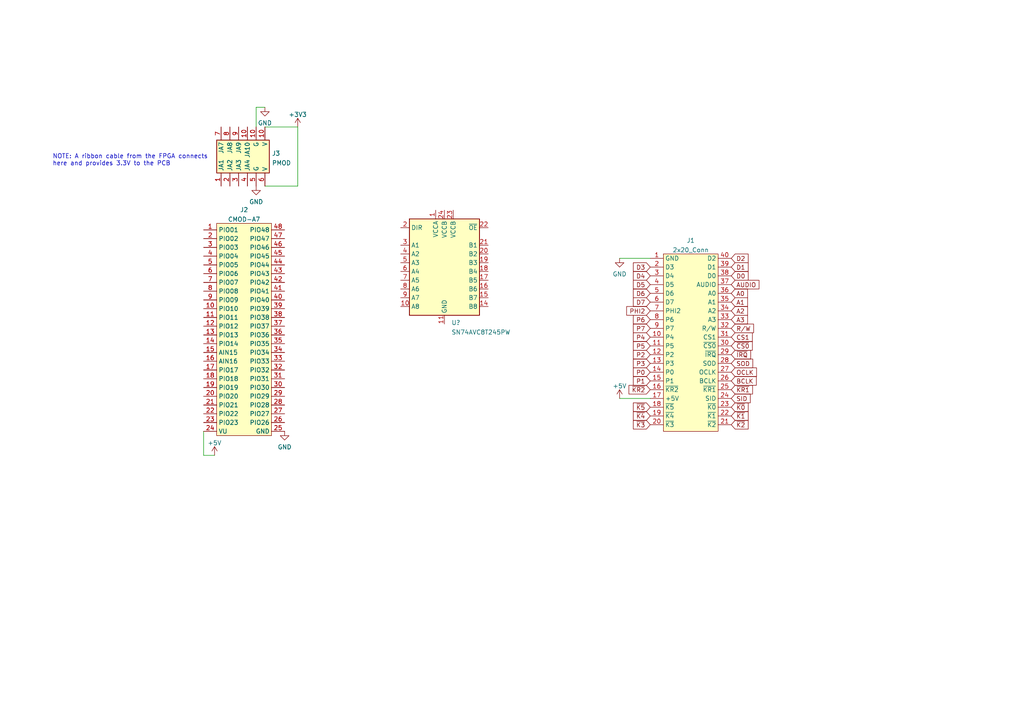
<source format=kicad_sch>
(kicad_sch (version 20211123) (generator eeschema)
  (paper "A4")
  (lib_symbols
    (symbol "Logic_LevelTranslator:SN74AVC8T245PW"
      (property "Reference" "U" (at -8.89 13.97 0))
      (property "Value" "SN74AVC8T245PW" (at 12.7 13.97 0))
      (symbol "SN74AVC8T245PW_0_1"
        (rectangle (start -10.16 12.7) (end 10.16 -15.24) (stroke (width 0.254)) (fill (type background)))
      )
      (symbol "SN74AVC8T245PW_1_1"
        (pin power_in line (at -2.54 15.24 270) (length 2.54) (name "VCCA") (number "1"))
        (pin bidirectional line (at -12.7 -12.7 0) (length 2.54) (name "A8") (number "10"))
        (pin power_in line (at 0 -17.78 90) (length 2.54) (name "GND") (number "11"))
        (pin passive line (at 0 -17.78 90) (length 2.54) hide (name "GND") (number "12"))
        (pin passive line (at 0 -17.78 90) (length 2.54) hide (name "GND") (number "13"))
        (pin bidirectional line (at 12.7 -12.7 180) (length 2.54) (name "B8") (number "14"))
        (pin bidirectional line (at 12.7 -10.16 180) (length 2.54) (name "B7") (number "15"))
        (pin bidirectional line (at 12.7 -7.62 180) (length 2.54) (name "B6") (number "16"))
        (pin bidirectional line (at 12.7 -5.08 180) (length 2.54) (name "B5") (number "17"))
        (pin bidirectional line (at 12.7 -2.54 180) (length 2.54) (name "B4") (number "18"))
        (pin bidirectional line (at 12.7 0 180) (length 2.54) (name "B3") (number "19"))
        (pin input line (at -12.7 10.16 0) (length 2.54) (name "DIR") (number "2"))
        (pin bidirectional line (at 12.7 2.54 180) (length 2.54) (name "B2") (number "20"))
        (pin bidirectional line (at 12.7 5.08 180) (length 2.54) (name "B1") (number "21"))
        (pin input line (at 12.7 10.16 180) (length 2.54) (name "~{OE}") (number "22"))
        (pin power_in line (at 2.54 15.24 270) (length 2.54) (name "VCCB") (number "23"))
        (pin power_in line (at 0 15.24 270) (length 2.54) (name "VCCB") (number "24"))
        (pin bidirectional line (at -12.7 5.08 0) (length 2.54) (name "A1") (number "3"))
        (pin bidirectional line (at -12.7 2.54 0) (length 2.54) (name "A2") (number "4"))
        (pin bidirectional line (at -12.7 0 0) (length 2.54) (name "A3") (number "5"))
        (pin bidirectional line (at -12.7 -2.54 0) (length 2.54) (name "A4") (number "6"))
        (pin bidirectional line (at -12.7 -5.08 0) (length 2.54) (name "A5") (number "7"))
        (pin bidirectional line (at -12.7 -7.62 0) (length 2.54) (name "A6") (number "8"))
        (pin bidirectional line (at -12.7 -10.16 0) (length 2.54) (name "A7") (number "9"))
      )
    )
    (symbol "POKEY:2x20_Conn"
      (property "Reference" "U" (at -5.08 28.575 0))
      (property "Value" "2x20_Conn" (at -0.635 26.67 0))
      (symbol "2x20_Conn_0_1"
        (rectangle (start -8.255 25.4) (end 7.62 -26.035) (stroke (width 0.1524)) (fill (type background)))
      )
      (symbol "2x20_Conn_1_1"
        (pin passive line (at -12.065 24.13 0) (length 3.81) (name "GND") (number "1"))
        (pin passive line (at -12.065 1.27 0) (length 3.81) (name "P4") (number "10"))
        (pin passive line (at -12.065 -1.27 0) (length 3.81) (name "P5") (number "11"))
        (pin passive line (at -12.065 -3.81 0) (length 3.81) (name "P2") (number "12"))
        (pin passive line (at -12.065 -6.35 0) (length 3.81) (name "P3") (number "13"))
        (pin passive line (at -12.065 -8.89 0) (length 3.81) (name "P0") (number "14"))
        (pin passive line (at -12.065 -11.43 0) (length 3.81) (name "P1") (number "15"))
        (pin passive line (at -12.065 -13.97 0) (length 3.81) (name "~{KR2}") (number "16"))
        (pin passive line (at -12.065 -16.51 0) (length 3.81) (name "+5V") (number "17"))
        (pin passive line (at -12.065 -19.05 0) (length 3.81) (name "~{K5}") (number "18"))
        (pin passive line (at -12.065 -21.59 0) (length 3.81) (name "~{K4}") (number "19"))
        (pin passive line (at -12.065 21.59 0) (length 3.81) (name "D3") (number "2"))
        (pin passive line (at -12.065 -24.13 0) (length 3.81) (name "~{K3}") (number "20"))
        (pin passive line (at 11.43 -24.13 180) (length 3.81) (name "~{K2}") (number "21"))
        (pin passive line (at 11.43 -21.59 180) (length 3.81) (name "~{K1}") (number "22"))
        (pin passive line (at 11.43 -19.05 180) (length 3.81) (name "~{K0}") (number "23"))
        (pin passive line (at 11.43 -16.51 180) (length 3.81) (name "SID") (number "24"))
        (pin passive line (at 11.43 -13.97 180) (length 3.81) (name "~{KR1}") (number "25"))
        (pin passive line (at 11.43 -11.43 180) (length 3.81) (name "BCLK") (number "26"))
        (pin passive line (at 11.43 -8.89 180) (length 3.81) (name "OCLK") (number "27"))
        (pin passive line (at 11.43 -6.35 180) (length 3.81) (name "SOD") (number "28"))
        (pin passive line (at 11.43 -3.81 180) (length 3.81) (name "~{IRQ}") (number "29"))
        (pin passive line (at -12.065 19.05 0) (length 3.81) (name "D4") (number "3"))
        (pin passive line (at 11.43 -1.27 180) (length 3.81) (name "~{CS0}") (number "30"))
        (pin passive line (at 11.43 1.27 180) (length 3.81) (name "CS1") (number "31"))
        (pin passive line (at 11.43 3.81 180) (length 3.81) (name "R/W") (number "32"))
        (pin passive line (at 11.43 6.35 180) (length 3.81) (name "A3") (number "33"))
        (pin passive line (at 11.43 8.89 180) (length 3.81) (name "A2") (number "34"))
        (pin passive line (at 11.43 11.43 180) (length 3.81) (name "A1") (number "35"))
        (pin passive line (at 11.43 13.97 180) (length 3.81) (name "A0") (number "36"))
        (pin passive line (at 11.43 16.51 180) (length 3.81) (name "AUDIO") (number "37"))
        (pin passive line (at 11.43 19.05 180) (length 3.81) (name "D0") (number "38"))
        (pin passive line (at 11.43 21.59 180) (length 3.81) (name "D1") (number "39"))
        (pin passive line (at -12.065 16.51 0) (length 3.81) (name "D5") (number "4"))
        (pin passive line (at 11.43 24.13 180) (length 3.81) (name "D2") (number "40"))
        (pin passive line (at -12.065 13.97 0) (length 3.81) (name "D6") (number "5"))
        (pin passive line (at -12.065 11.43 0) (length 3.81) (name "D7") (number "6"))
        (pin passive line (at -12.065 8.89 0) (length 3.81) (name "PHI2") (number "7"))
        (pin passive line (at -12.065 6.35 0) (length 3.81) (name "P6") (number "8"))
        (pin passive line (at -12.065 3.81 0) (length 3.81) (name "P7") (number "9"))
      )
    )
    (symbol "POKEY:CMOD-A7"
      (property "Reference" "J" (at 6.985 32.385 0))
      (property "Value" "CMOD-A7" (at -2.54 32.385 0))
      (symbol "CMOD-A7_0_1"
        (rectangle (start -6.985 31.115) (end 8.89 -30.48) (stroke (width 0.1524)) (fill (type background)))
      )
      (symbol "CMOD-A7_1_1"
        (pin passive line (at -10.795 29.21 0) (length 3.81) (name "PIO01") (number "1"))
        (pin passive line (at -10.795 6.35 0) (length 3.81) (name "PIO10") (number "10"))
        (pin passive line (at -10.795 3.81 0) (length 3.81) (name "PIO11") (number "11"))
        (pin passive line (at -10.795 1.27 0) (length 3.81) (name "PIO12") (number "12"))
        (pin passive line (at -10.795 -1.27 0) (length 3.81) (name "PIO13") (number "13"))
        (pin passive line (at -10.795 -3.81 0) (length 3.81) (name "PIO14") (number "14"))
        (pin passive line (at -10.795 -6.35 0) (length 3.81) (name "AIN15") (number "15"))
        (pin passive line (at -10.795 -8.89 0) (length 3.81) (name "AIN16") (number "16"))
        (pin passive line (at -10.795 -11.43 0) (length 3.81) (name "PIO17") (number "17"))
        (pin passive line (at -10.795 -13.97 0) (length 3.81) (name "PIO18") (number "18"))
        (pin passive line (at -10.795 -16.51 0) (length 3.81) (name "PIO19") (number "19"))
        (pin passive line (at -10.795 26.67 0) (length 3.81) (name "PIO02") (number "2"))
        (pin passive line (at -10.795 -19.05 0) (length 3.81) (name "PIO20") (number "20"))
        (pin passive line (at -10.795 -21.59 0) (length 3.81) (name "PIO21") (number "21"))
        (pin passive line (at -10.795 -24.13 0) (length 3.81) (name "PIO22") (number "22"))
        (pin passive line (at -10.795 -26.67 0) (length 3.81) (name "PIO23") (number "23"))
        (pin passive line (at -10.795 -29.21 0) (length 3.81) (name "VU") (number "24"))
        (pin passive line (at 12.7 -29.21 180) (length 3.81) (name "GND") (number "25"))
        (pin passive line (at 12.7 -26.67 180) (length 3.81) (name "PIO26") (number "26"))
        (pin passive line (at 12.7 -24.13 180) (length 3.81) (name "PIO27") (number "27"))
        (pin passive line (at 12.7 -21.59 180) (length 3.81) (name "PIO28") (number "28"))
        (pin passive line (at 12.7 -19.05 180) (length 3.81) (name "PIO29") (number "29"))
        (pin passive line (at -10.795 24.13 0) (length 3.81) (name "PIO03") (number "3"))
        (pin passive line (at 12.7 -16.51 180) (length 3.81) (name "PIO30") (number "30"))
        (pin passive line (at 12.7 -13.97 180) (length 3.81) (name "PIO31") (number "31"))
        (pin passive line (at 12.7 -11.43 180) (length 3.81) (name "PIO32") (number "32"))
        (pin passive line (at 12.7 -8.89 180) (length 3.81) (name "PIO33") (number "33"))
        (pin passive line (at 12.7 -6.35 180) (length 3.81) (name "PIO34") (number "34"))
        (pin passive line (at 12.7 -3.81 180) (length 3.81) (name "PIO35") (number "35"))
        (pin passive line (at 12.7 -1.27 180) (length 3.81) (name "PIO36") (number "36"))
        (pin passive line (at 12.7 1.27 180) (length 3.81) (name "PIO37") (number "37"))
        (pin passive line (at 12.7 3.81 180) (length 3.81) (name "PIO38") (number "38"))
        (pin passive line (at 12.7 6.35 180) (length 3.81) (name "PIO39") (number "39"))
        (pin passive line (at -10.795 21.59 0) (length 3.81) (name "PIO04") (number "4"))
        (pin passive line (at 12.7 8.89 180) (length 3.81) (name "PIO40") (number "40"))
        (pin passive line (at 12.7 11.43 180) (length 3.81) (name "PIO41") (number "41"))
        (pin passive line (at 12.7 13.97 180) (length 3.81) (name "PIO42") (number "42"))
        (pin passive line (at 12.7 16.51 180) (length 3.81) (name "PIO43") (number "43"))
        (pin passive line (at 12.7 19.05 180) (length 3.81) (name "PIO44") (number "44"))
        (pin passive line (at 12.7 21.59 180) (length 3.81) (name "PIO45") (number "45"))
        (pin passive line (at 12.7 24.13 180) (length 3.81) (name "PIO46") (number "46"))
        (pin passive line (at 12.7 26.67 180) (length 3.81) (name "PIO47") (number "47"))
        (pin passive line (at 12.7 29.21 180) (length 3.81) (name "PIO48") (number "48"))
        (pin passive line (at -10.795 19.05 0) (length 3.81) (name "PIO05") (number "5"))
        (pin passive line (at -10.795 16.51 0) (length 3.81) (name "PIO06") (number "6"))
        (pin passive line (at -10.795 13.97 0) (length 3.81) (name "PIO07") (number "7"))
        (pin passive line (at -10.795 11.43 0) (length 3.81) (name "PIO08") (number "8"))
        (pin passive line (at -10.795 8.89 0) (length 3.81) (name "PIO09") (number "9"))
      )
    )
    (symbol "POKEY:PMOD"
      (property "Reference" "J" (at 12.065 -1.27 0))
      (property "Value" "PMOD" (at 12.7 2.54 0))
      (symbol "PMOD_1_1"
        (rectangle (start -7.62 5.08) (end 7.62 -4.445) (stroke (width 0.254)) (fill (type background)))
        (pin passive line (at -6.35 -8.255 90) (length 3.81) (name "JA1") (number "1"))
        (pin passive line (at 3.81 8.89 270) (length 3.81) (name "G") (number "10"))
        (pin passive line (at 1.27 8.89 270) (length 3.81) (name "JA10") (number "10"))
        (pin passive line (at 6.35 8.89 270) (length 3.81) (name "V") (number "10"))
        (pin passive line (at -3.81 -8.255 90) (length 3.81) (name "JA2") (number "2"))
        (pin passive line (at -1.27 -8.255 90) (length 3.81) (name "JA3") (number "3"))
        (pin passive line (at 1.27 -8.255 90) (length 3.81) (name "JA4") (number "4"))
        (pin passive line (at 3.81 -8.255 90) (length 3.81) (name "G") (number "5"))
        (pin passive line (at 6.35 -8.255 90) (length 3.81) (name "V") (number "6"))
        (pin passive line (at -6.35 8.89 270) (length 3.81) (name "JA7") (number "7"))
        (pin passive line (at -3.81 8.89 270) (length 3.81) (name "JA8") (number "8"))
        (pin passive line (at -1.27 8.89 270) (length 3.81) (name "JA9") (number "9"))
      )
    )
    (symbol "power:+3.3V" (power) (pin_names (offset 0))
      (property "Value" "+3.3V" (at 0 3.556 0))
      (symbol "+3.3V_0_1"
        (polyline (pts (xy -0.762 1.27) (xy 0 2.54)))
        (polyline (pts (xy 0 0) (xy 0 2.54)))
        (polyline (pts (xy 0 2.54) (xy 0.762 1.27)))
      )
      (symbol "+3.3V_1_1"
        (pin power_in line (at 0 0 90) (length 0) hide (name "+3V3") (number "1"))
      )
    )
    (symbol "power:+5V" (power) (pin_names (offset 0))
      (property "Value" "+5V" (at 0 3.556 0))
      (symbol "+5V_0_1"
        (polyline (pts (xy -0.762 1.27) (xy 0 2.54)))
        (polyline (pts (xy 0 0) (xy 0 2.54)))
        (polyline (pts (xy 0 2.54) (xy 0.762 1.27)))
      )
      (symbol "+5V_1_1"
        (pin power_in line (at 0 0 90) (length 0) hide (name "+5V") (number "1"))
      )
    )
    (symbol "power:GND" (power) (pin_names (offset 0))
      (property "Value" "GND" (at 0 -3.81 0))
      (symbol "GND_0_1"
        (polyline (pts (xy 0 0) (xy 0 -1.27) (xy 1.27 -1.27) (xy 0 -2.54) (xy -1.27 -1.27) (xy 0 -1.27)))
      )
      (symbol "GND_1_1"
        (pin power_in line (at 0 0 270) (length 0) hide (name "GND") (number "1"))
      )
    )
  )
  (wire (pts (xy 59.055 132.08) (xy 62.23 132.08)))
  (wire (pts (xy 179.705 115.57) (xy 188.595 115.57)))
  (wire (pts (xy 179.705 74.93) (xy 188.595 74.93)))
  (wire (pts (xy 59.055 125.095) (xy 59.055 132.08)))
  (wire (pts (xy 74.295 31.115) (xy 74.295 36.83)))
  (wire (pts (xy 86.36 36.83) (xy 76.835 36.83)))
  (wire (pts (xy 86.36 53.975) (xy 86.36 36.83)))
  (wire (pts (xy 76.835 53.975) (xy 86.36 53.975)))
  (wire (pts (xy 74.295 31.115) (xy 76.835 31.115)))
  (text "NOTE: A ribbon cable from the FPGA connects\nhere and provides 3.3V to the PCB" (at 15.24 48.26 0) (effects (font (size 1.27 1.27)) (justify left bottom)))
  (global_label "~{K1}" (shape input) (at 212.09 120.65 0) (property "Intersheet References" "${INTERSHEET_REFS}" (effects hide)))
  (global_label "~{K3}" (shape input) (at 188.595 123.19 180) (property "Intersheet References" "${INTERSHEET_REFS}" (effects hide)))
  (global_label "D4" (shape input) (at 188.595 80.01 180) (property "Intersheet References" "${INTERSHEET_REFS}" (effects hide)))
  (global_label "P1" (shape input) (at 188.595 110.49 180) (property "Intersheet References" "${INTERSHEET_REFS}" (effects hide)))
  (global_label "P6" (shape input) (at 188.595 92.71 180) (property "Intersheet References" "${INTERSHEET_REFS}" (effects hide)))
  (global_label "SID" (shape input) (at 212.09 115.57 0) (property "Intersheet References" "${INTERSHEET_REFS}" (effects hide)))
  (global_label "D7" (shape input) (at 188.595 87.63 180) (property "Intersheet References" "${INTERSHEET_REFS}" (effects hide)))
  (global_label "R{slash}W" (shape input) (at 212.09 95.25 0) (property "Intersheet References" "${INTERSHEET_REFS}" (effects hide)))
  (global_label "A1" (shape input) (at 212.09 87.63 0) (property "Intersheet References" "${INTERSHEET_REFS}" (effects hide)))
  (global_label "BCLK" (shape input) (at 212.09 110.49 0) (property "Intersheet References" "${INTERSHEET_REFS}" (effects hide)))
  (global_label "D1" (shape input) (at 212.09 77.47 0) (property "Intersheet References" "${INTERSHEET_REFS}" (effects hide)))
  (global_label "A2" (shape input) (at 212.09 90.17 0) (property "Intersheet References" "${INTERSHEET_REFS}" (effects hide)))
  (global_label "~{KR2}" (shape input) (at 188.595 113.03 180) (property "Intersheet References" "${INTERSHEET_REFS}" (effects hide)))
  (global_label "SOD" (shape input) (at 212.09 105.41 0) (property "Intersheet References" "${INTERSHEET_REFS}" (effects hide)))
  (global_label "P7" (shape input) (at 188.595 95.25 180) (property "Intersheet References" "${INTERSHEET_REFS}" (effects hide)))
  (global_label "~{K0}" (shape input) (at 212.09 118.11 0) (property "Intersheet References" "${INTERSHEET_REFS}" (effects hide)))
  (global_label "D5" (shape input) (at 188.595 82.55 180) (property "Intersheet References" "${INTERSHEET_REFS}" (effects hide)))
  (global_label "OCLK" (shape input) (at 212.09 107.95 0) (property "Intersheet References" "${INTERSHEET_REFS}" (effects hide)))
  (global_label "D0" (shape input) (at 212.09 80.01 0) (property "Intersheet References" "${INTERSHEET_REFS}" (effects hide)))
  (global_label "P4" (shape input) (at 188.595 97.79 180) (property "Intersheet References" "${INTERSHEET_REFS}" (effects hide)))
  (global_label "D6" (shape input) (at 188.595 85.09 180) (property "Intersheet References" "${INTERSHEET_REFS}" (effects hide)))
  (global_label "CS1" (shape input) (at 212.09 97.79 0) (property "Intersheet References" "${INTERSHEET_REFS}" (effects hide)))
  (global_label "PHI2" (shape input) (at 188.595 90.17 180) (property "Intersheet References" "${INTERSHEET_REFS}" (effects hide)))
  (global_label "D2" (shape input) (at 212.09 74.93 0) (property "Intersheet References" "${INTERSHEET_REFS}" (effects hide)))
  (global_label "D3" (shape input) (at 188.595 77.47 180) (property "Intersheet References" "${INTERSHEET_REFS}" (effects hide)))
  (global_label "P3" (shape input) (at 188.595 105.41 180) (property "Intersheet References" "${INTERSHEET_REFS}" (effects hide)))
  (global_label "A0" (shape input) (at 212.09 85.09 0) (property "Intersheet References" "${INTERSHEET_REFS}" (effects hide)))
  (global_label "A3" (shape input) (at 212.09 92.71 0) (property "Intersheet References" "${INTERSHEET_REFS}" (effects hide)))
  (global_label "P2" (shape input) (at 188.595 102.87 180) (property "Intersheet References" "${INTERSHEET_REFS}" (effects hide)))
  (global_label "~{KR1}" (shape input) (at 212.09 113.03 0) (property "Intersheet References" "${INTERSHEET_REFS}" (effects hide)))
  (global_label "~{K2}" (shape input) (at 212.09 123.19 0) (property "Intersheet References" "${INTERSHEET_REFS}" (effects hide)))
  (global_label "P5" (shape input) (at 188.595 100.33 180) (property "Intersheet References" "${INTERSHEET_REFS}" (effects hide)))
  (global_label "~{K4}" (shape input) (at 188.595 120.65 180) (property "Intersheet References" "${INTERSHEET_REFS}" (effects hide)))
  (global_label "AUDIO" (shape input) (at 212.09 82.55 0) (property "Intersheet References" "${INTERSHEET_REFS}" (effects hide)))
  (global_label "~{K5}" (shape input) (at 188.595 118.11 180) (property "Intersheet References" "${INTERSHEET_REFS}" (effects hide)))
  (global_label "~{IRQ}" (shape input) (at 212.09 102.87 0) (property "Intersheet References" "${INTERSHEET_REFS}" (effects hide)))
  (global_label "P0" (shape input) (at 188.595 107.95 180) (property "Intersheet References" "${INTERSHEET_REFS}" (effects hide)))
  (global_label "~{CS0}" (shape input) (at 212.09 100.33 0) (property "Intersheet References" "${INTERSHEET_REFS}" (effects hide)))
  (symbol (lib_id "POKEY:PMOD") (at 70.485 45.72 0) (unit 1)
    (property "Reference" "J3" (at 78.867 44.494 0) (effects (justify left)))
    (property "Value" "PMOD" (at 78.867 47.2691 0) (effects (justify left)))
  )
  (symbol (lib_id "POKEY:2x20_Conn") (at 200.66 99.06 0) (unit 1)
    (property "Reference" "J1" (at 200.3425 69.7443 0))
    (property "Value" "2x20_Conn" (at 200.3425 72.5194 0))
  )
  (symbol (lib_id "POKEY:CMOD-A7") (at 69.85 95.885 0) (unit 1)
    (property "Reference" "J2" (at 70.8025 60.8543 0))
    (property "Value" "CMOD-A7" (at 70.8025 63.6294 0))
  )
  (symbol (lib_id "Logic_LevelTranslator:SN74AVC8T245PW") (at 128.905 76.2 0) (unit 1)
    (property "Reference" "U?" (at 130.9244 93.5895 0) (effects (justify left)))
    (property "Value" "SN74AVC8T245PW" (at 130.9244 96.3646 0) (effects (justify left)))
    (property "Footprint" "Package_SO:TSSOP-24_4.4x7.8mm_P0.65mm" (effects hide))
    (property "Datasheet" "https://www.ti.com/lit/ds/symlink/sn74avc8t245.pdf" (effects hide))
  )
  (symbol (lib_id "power:GND") (at 82.55 125.095 0) (unit 1)
    (property "Reference" "#PWR?" (effects hide))
    (property "Value" "GND" (at 82.55 129.6575 0))
  )
  (symbol (lib_id "power:GND") (at 74.295 53.975 0) (unit 1)
    (property "Reference" "#PWR?" (effects hide))
    (property "Value" "GND" (at 74.295 58.5375 0))
  )
  (symbol (lib_id "power:+3.3V") (at 86.36 36.83 0) (unit 1)
    (property "Reference" "#PWR?" (effects hide))
    (property "Value" "+3.3V" (at 86.36 33.2255 0))
  )
  (symbol (lib_id "power:+5V") (at 179.705 115.57 0) (unit 1)
    (property "Reference" "#PWR?" (effects hide))
    (property "Value" "+5V" (at 179.705 111.9655 0))
  )
  (symbol (lib_id "power:GND") (at 76.835 31.115 0) (unit 1)
    (property "Reference" "#PWR?" (effects hide))
    (property "Value" "GND" (at 76.835 35.6775 0))
  )
  (symbol (lib_id "power:GND") (at 179.705 74.93 0) (unit 1)
    (property "Reference" "#PWR?" (effects hide))
    (property "Value" "GND" (at 179.705 79.4925 0))
  )
  (symbol (lib_id "power:+5V") (at 62.23 132.08 0) (unit 1)
    (property "Reference" "#PWR?" (effects hide))
    (property "Value" "+5V" (at 62.23 128.4755 0))
  )
)
</source>
